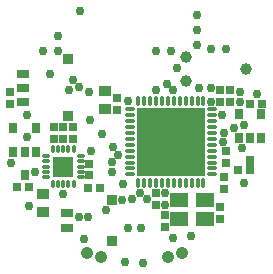
<source format=gbs>
%FSTAX43Y43*%
%MOMM*%
%SFA1B1*%

%IPPOS*%
%ADD41C,0.999998*%
%ADD63R,0.749999X0.649999*%
%ADD64R,0.649999X0.749999*%
%ADD65O,0.349999X0.799998*%
%ADD66O,0.799998X0.349999*%
%ADD82R,1.049998X0.849998*%
%ADD85C,1.049998*%
%ADD86C,0.749999*%
%ADD87R,0.949998X0.849998*%
%ADD88R,0.999998X0.749999*%
%ADD89R,1.549997X1.299997*%
%ADD90R,1.699997X1.699997*%
%ADD91O,0.399999X0.849998*%
%ADD92O,0.849998X0.399999*%
%ADD93R,5.749989X5.749989*%
%ADD94R,0.749999X0.849998*%
%LNzooidpcb-1*%
%LPD*%
G54D41*
X0009469Y0005279D03*
X0004389Y0004263D03*
Y0006295D03*
G54D63*
X0008799Y-0003279D03*
X0009799D03*
X-0002949Y-0004809D03*
X-0003949D03*
X-0008929Y-0004659D03*
X-0009929D03*
X0009799Y0002379D03*
X0010799D03*
G54D64*
X-0006029Y-0000599D03*
Y0000399D03*
X-0006829Y-0000599D03*
Y0000399D03*
X-0005229Y-0000599D03*
Y0000399D03*
X0007769Y-0002649D03*
Y-0001649D03*
X0008089Y0002489D03*
Y0003489D03*
X-0010499Y0002379D03*
Y0003379D03*
X0007279Y0002489D03*
Y0003489D03*
X0002559Y-0008049D03*
Y-0007049D03*
X0007249Y-0006359D03*
Y-0007359D03*
X-0001484Y0002874D03*
Y0001874D03*
X0007609Y-0004839D03*
Y-0003839D03*
X-0003799Y-0002699D03*
Y-0003699D03*
X0001829Y-0006209D03*
Y-0005209D03*
G54D65*
X-0006929Y-0001494D03*
X-0006479D03*
X-0006029D03*
X-0005579D03*
X-0005129D03*
Y-0004444D03*
X-0005579D03*
X-0006029D03*
X-0006479D03*
X-0006929D03*
G54D66*
X-0004554Y-0002069D03*
Y-0002519D03*
Y-0002969D03*
Y-0003419D03*
Y-0003869D03*
X-0007504D03*
Y-0003419D03*
Y-0002969D03*
Y-0002519D03*
Y-0002069D03*
G54D82*
X-0002489Y0003419D03*
Y0001919D03*
X-0007719Y-0005299D03*
Y-0006799D03*
G54D85*
X-0002811Y-0010638D03*
X-0004037Y-001031D03*
X0002811Y-0010638D03*
X0004037Y-001031D03*
G54D86*
X-0000549Y-0008149D03*
X0000549D03*
X0005324Y0009849D03*
Y0008599D03*
Y0007349D03*
X0007749Y0006974D03*
X0006474D03*
X-0009099Y-0000424D03*
X-0007124Y0004899D03*
X-0005199Y0004374D03*
X-0008399Y-0003399D03*
X-0010424Y-0002649D03*
X0005719Y-0005499D03*
X0009079Y-0001399D03*
X0005559Y0001579D03*
X0000979Y0001059D03*
X0008939Y0003369D03*
X0006499Y0003719D03*
X0008849Y0001489D03*
X0009269Y0000549D03*
X0000724Y-0011124D03*
X-0008919Y-0006279D03*
X0009274Y-0004364D03*
X0007399Y0001379D03*
X0007546Y-0000874D03*
X0007599Y-0000109D03*
X0003269Y-0009029D03*
X-0000769Y-0011069D03*
X0004784Y-0008854D03*
X-0005519Y0003539D03*
X-0004679Y0003789D03*
X0001819Y0003489D03*
X-0003809Y0003399D03*
X0005469Y0003729D03*
X0003309Y0003519D03*
X0002949Y-0000659D03*
X0003629Y0005429D03*
X0008939Y0002509D03*
X0010349Y0003199D03*
X-0004299Y-0009124D03*
X-0003899Y-0007259D03*
X-0004699D03*
X0008399Y0000299D03*
X-0006019Y-0005269D03*
X-0006449Y-0002549D03*
X-0007719Y-0005299D03*
X-0001359Y-0001979D03*
X-0002439Y-0006629D03*
X0002579Y-0006199D03*
X-0009099Y0001449D03*
X-0001869Y-0002609D03*
Y-0003429D03*
X-0000969Y-0004439D03*
X-0000229Y-0005689D03*
X0000459Y-0005229D03*
X0001089Y-0005699D03*
X0002589Y-0005159D03*
X-0001009Y-0005789D03*
X0006459Y0002539D03*
X-0003739Y0001029D03*
X-0003669Y-0001619D03*
X-0001839Y-0001339D03*
X-0002756Y-0000199D03*
X0002779Y000405D03*
X0003074Y0006849D03*
X0001824D03*
X-0006449D03*
X-0007699D03*
X-0006449Y0008099D03*
X-0000574Y0002599D03*
X-0004624Y0010199D03*
X0003624Y-0007149D03*
G54D87*
X-0005609Y0006119D03*
Y0001319D03*
X-0001912Y-0009269D03*
Y-0005769D03*
G54D88*
X-0009397Y0004919D03*
Y0003719D03*
Y0002519D03*
X-0005687Y-0006919D03*
Y-0008119D03*
G54D89*
X0005959Y-0007359D03*
X0003759D03*
Y-0005759D03*
X0005959D03*
G54D90*
X-0006029Y-0002969D03*
G54D91*
X0005849Y-0004319D03*
X0005349D03*
X0004849D03*
X0004349D03*
X0003849D03*
X0003349D03*
X0002849D03*
X0002349D03*
X0001849D03*
X0001349D03*
X0000849D03*
X0000349D03*
Y0002579D03*
X0000849D03*
X0001349D03*
X0001849D03*
X0002349D03*
X0002849D03*
X0003349D03*
X0003849D03*
X0004349D03*
X0004849D03*
X0005349D03*
X0005849D03*
G54D92*
X-0000349Y-0003619D03*
Y-0003119D03*
Y-0002619D03*
Y-0002119D03*
Y-0001619D03*
Y-0001119D03*
Y-0000619D03*
Y-0000119D03*
Y0000379D03*
Y0000879D03*
Y0001379D03*
Y0001879D03*
X0006549D03*
Y0001379D03*
Y0000879D03*
Y0000379D03*
Y-0000119D03*
Y-0000619D03*
Y-0001119D03*
Y-0001619D03*
Y-0002119D03*
Y-0002619D03*
Y-0003119D03*
Y-0003619D03*
G54D93*
X0003099Y-0000869D03*
G54D94*
X-0009299Y-0001699D03*
X-0008349Y0000299D03*
X-0010249D03*
X-0009299Y-0003689D03*
X-0008349Y-0001689D03*
X-0010249D03*
X0009799Y-0000519D03*
X0010749Y0001479D03*
X0008849D03*
X0009799Y-0002519D03*
X0010749Y-0000519D03*
X0008849D03*
M02*
</source>
